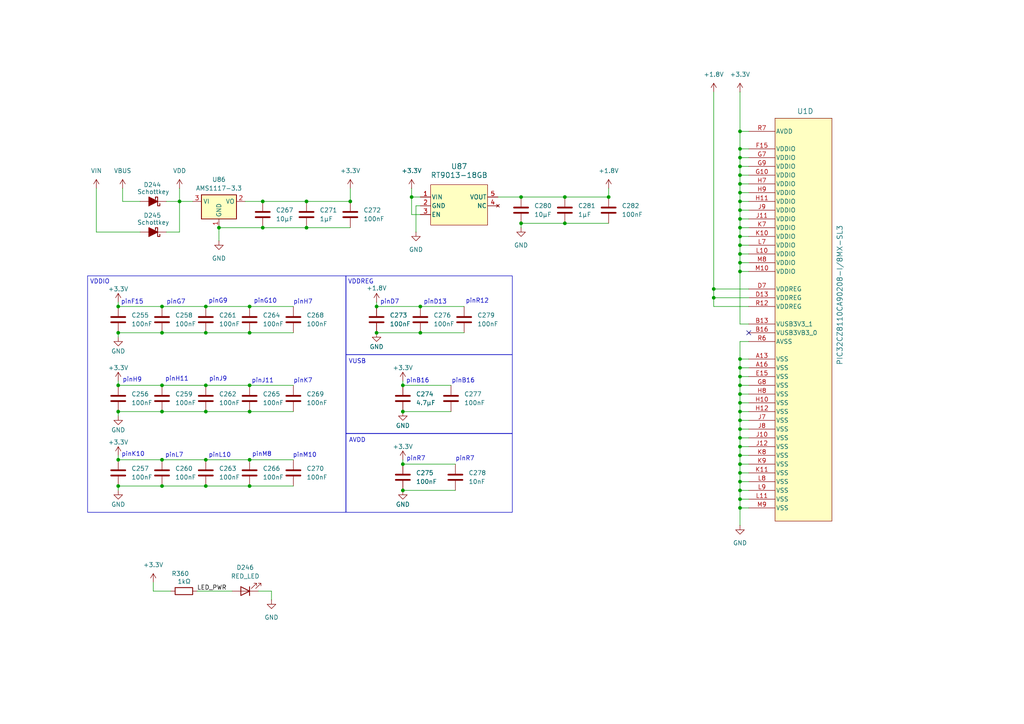
<source format=kicad_sch>
(kicad_sch (version 20250114) (generator "eeschema") (generator_version "9.0")
  (paper "A4")
  (title_block (title "Power") (date "2025-08-04") (rev "REV A") (company "TamperSec") (comment 1 "Justin Newkirk"))
  (rectangle (start 100.33 80.01) (end 148.59 102.87))
  (rectangle (start 100.33 125.73) (end 148.59 148.59))
  (rectangle (start 100.33 102.87) (end 148.59 125.73))
  (rectangle (start 25.4 80.01) (end 100.33 148.59))
  (text "pinJ11" (at 76.2 110.49 0) (effects (font (size 1.27 1.27))))
  (text "pinK10" (at 38.608 131.826 0) (effects (font (size 1.27 1.27))))
  (text "pinH7" (at 87.884 87.63 0) (effects (font (size 1.27 1.27))))
  (text "pinH11" (at 51.308 109.982 0) (effects (font (size 1.27 1.27))))
  (text "pinR7" (at 134.874 133.096 0) (effects (font (size 1.27 1.27))))
  (text "pinB16" (at 121.158 110.49 0) (effects (font (size 1.27 1.27))))
  (text "pinG7" (at 51.054 87.63 0) (effects (font (size 1.27 1.27))))
  (text "pinG10" (at 76.962 87.376 0) (effects (font (size 1.27 1.27))))
  (text "pinG9" (at 63.246 87.376 0) (effects (font (size 1.27 1.27))))
  (text "pinL7" (at 50.546 132.08 0) (effects (font (size 1.27 1.27))))
  (text "pinF15" (at 38.354 87.63 0) (effects (font (size 1.27 1.27))))
  (text "pinM10" (at 88.392 132.08 0) (effects (font (size 1.27 1.27))))
  (text "pinD7" (at 113.03 87.63 0) (effects (font (size 1.27 1.27))))
  (text "pinR7" (at 120.65 133.096 0) (effects (font (size 1.27 1.27))))
  (text "pinR12" (at 138.43 87.376 0) (effects (font (size 1.27 1.27))))
  (text "VUSB" (at 103.632 104.902 0) (effects (font (size 1.27 1.27))))
  (text "pinB16" (at 134.366 110.49 0) (effects (font (size 1.27 1.27))))
  (text "VDDREG" (at 104.648 81.788 0) (effects (font (size 1.27 1.27))))
  (text "pinK7" (at 87.884 110.49 0) (effects (font (size 1.27 1.27))))
  (text "VDDIO" (at 28.956 81.788 0) (effects (font (size 1.27 1.27))))
  (text "pinL10" (at 63.754 132.08 0) (effects (font (size 1.27 1.27))))
  (text "AVDD" (at 103.632 127.762 0) (effects (font (size 1.27 1.27))))
  (text "pinM8" (at 75.946 131.826 0) (effects (font (size 1.27 1.27))))
  (text "pinJ9" (at 63.246 109.982 0) (effects (font (size 1.27 1.27))))
  (text "pinH9" (at 38.354 110.236 0) (effects (font (size 1.27 1.27))))
  (text "pinD13" (at 126.238 87.63 0) (effects (font (size 1.27 1.27))))
  (junction (at 72.39 88.9))
  (junction (at 119.38 57.15))
  (junction (at 214.63 53.34))
  (junction (at 52.07 58.42))
  (junction (at 121.92 96.52))
  (junction (at 46.99 88.9))
  (junction (at 214.63 55.88))
  (junction (at 46.99 111.76))
  (junction (at 34.29 133.35))
  (junction (at 214.63 132.08))
  (junction (at 72.39 96.52))
  (junction (at 116.84 119.38))
  (junction (at 214.63 58.42))
  (junction (at 46.99 140.97))
  (junction (at 214.63 144.78))
  (junction (at 214.63 119.38))
  (junction (at 214.63 48.26))
  (junction (at 163.83 64.77))
  (junction (at 176.53 57.15))
  (junction (at 207.01 86.36))
  (junction (at 59.69 140.97))
  (junction (at 214.63 127))
  (junction (at 214.63 121.92))
  (junction (at 88.9 58.42))
  (junction (at 214.63 111.76))
  (junction (at 59.69 96.52))
  (junction (at 76.2 58.42))
  (junction (at 207.01 83.82))
  (junction (at 72.39 111.76))
  (junction (at 59.69 119.38))
  (junction (at 214.63 129.54))
  (junction (at 109.22 96.52))
  (junction (at 34.29 88.9))
  (junction (at 214.63 114.3))
  (junction (at 34.29 140.97))
  (junction (at 116.84 142.24))
  (junction (at 214.63 73.66))
  (junction (at 214.63 45.72))
  (junction (at 46.99 133.35))
  (junction (at 72.39 140.97))
  (junction (at 214.63 109.22))
  (junction (at 214.63 68.58))
  (junction (at 109.22 88.9))
  (junction (at 214.63 139.7))
  (junction (at 214.63 60.96))
  (junction (at 214.63 63.5))
  (junction (at 214.63 124.46))
  (junction (at 214.63 106.68))
  (junction (at 59.69 111.76))
  (junction (at 214.63 50.8))
  (junction (at 214.63 76.2))
  (junction (at 214.63 71.12))
  (junction (at 214.63 38.1))
  (junction (at 59.69 133.35))
  (junction (at 151.13 57.15))
  (junction (at 101.6 58.42))
  (junction (at 63.5 66.04))
  (junction (at 121.92 88.9))
  (junction (at 151.13 64.77))
  (junction (at 46.99 119.38))
  (junction (at 214.63 137.16))
  (junction (at 34.29 96.52))
  (junction (at 72.39 119.38))
  (junction (at 34.29 111.76))
  (junction (at 163.83 57.15))
  (junction (at 214.63 104.14))
  (junction (at 214.63 142.24))
  (junction (at 214.63 134.62))
  (junction (at 34.29 119.38))
  (junction (at 116.84 134.62))
  (junction (at 59.69 88.9))
  (junction (at 88.9 66.04))
  (junction (at 46.99 96.52))
  (junction (at 214.63 116.84))
  (junction (at 214.63 78.74))
  (junction (at 116.84 111.76))
  (junction (at 214.63 43.18))
  (junction (at 214.63 147.32))
  (junction (at 76.2 66.04))
  (junction (at 72.39 133.35))
  (junction (at 214.63 66.04))
  (no_connect (at 217.17 96.52))
  (wire (pts (xy 207.01 88.9) (xy 217.17 88.9)))
  (wire (pts (xy 214.63 142.24) (xy 217.17 142.24)))
  (wire (pts (xy 214.63 55.88) (xy 214.63 58.42)))
  (wire (pts (xy 214.63 129.54) (xy 214.63 132.08)))
  (wire (pts (xy 214.63 66.04) (xy 214.63 68.58)))
  (wire (pts (xy 214.63 116.84) (xy 217.17 116.84)))
  (wire (pts (xy 121.92 96.52) (xy 134.62 96.52)))
  (wire (pts (xy 207.01 86.36) (xy 217.17 86.36)))
  (wire (pts (xy 101.6 54.61) (xy 101.6 58.42)))
  (wire (pts (xy 27.94 67.31) (xy 40.64 67.31)))
  (wire (pts (xy 109.22 87.63) (xy 109.22 88.9)))
  (wire (pts (xy 214.63 104.14) (xy 214.63 106.68)))
  (wire (pts (xy 72.39 96.52) (xy 85.09 96.52)))
  (wire (pts (xy 214.63 109.22) (xy 214.63 111.76)))
  (wire (pts (xy 34.29 88.9) (xy 46.99 88.9)))
  (wire (pts (xy 34.29 111.76) (xy 46.99 111.76)))
  (wire (pts (xy 214.63 99.06) (xy 214.63 104.14)))
  (wire (pts (xy 214.63 58.42) (xy 217.17 58.42)))
  (wire (pts (xy 214.63 111.76) (xy 214.63 114.3)))
  (wire (pts (xy 119.38 57.15) (xy 121.92 57.15)))
  (wire (pts (xy 214.63 127) (xy 217.17 127)))
  (wire (pts (xy 214.63 114.3) (xy 217.17 114.3)))
  (wire (pts (xy 121.92 88.9) (xy 134.62 88.9)))
  (wire (pts (xy 214.63 129.54) (xy 217.17 129.54)))
  (wire (pts (xy 214.63 26.67) (xy 214.63 38.1)))
  (wire (pts (xy 76.2 58.42) (xy 88.9 58.42)))
  (wire (pts (xy 48.26 67.31) (xy 52.07 67.31)))
  (wire (pts (xy 63.5 66.04) (xy 63.5 69.85)))
  (wire (pts (xy 34.29 120.65) (xy 34.29 119.38)))
  (wire (pts (xy 46.99 111.76) (xy 59.69 111.76)))
  (wire (pts (xy 72.39 88.9) (xy 85.09 88.9)))
  (wire (pts (xy 207.01 83.82) (xy 207.01 86.36)))
  (wire (pts (xy 46.99 119.38) (xy 59.69 119.38)))
  (wire (pts (xy 207.01 86.36) (xy 207.01 88.9)))
  (wire (pts (xy 72.39 119.38) (xy 85.09 119.38)))
  (wire (pts (xy 214.63 124.46) (xy 214.63 127)))
  (wire (pts (xy 214.63 73.66) (xy 217.17 73.66)))
  (wire (pts (xy 214.63 76.2) (xy 214.63 78.74)))
  (wire (pts (xy 214.63 104.14) (xy 217.17 104.14)))
  (wire (pts (xy 46.99 140.97) (xy 59.69 140.97)))
  (wire (pts (xy 214.63 144.78) (xy 217.17 144.78)))
  (wire (pts (xy 59.69 88.9) (xy 72.39 88.9)))
  (wire (pts (xy 214.63 142.24) (xy 214.63 144.78)))
  (wire (pts (xy 214.63 134.62) (xy 217.17 134.62)))
  (wire (pts (xy 214.63 99.06) (xy 217.17 99.06)))
  (wire (pts (xy 34.29 110.49) (xy 34.29 111.76)))
  (wire (pts (xy 214.63 137.16) (xy 214.63 139.7)))
  (wire (pts (xy 109.22 96.52) (xy 121.92 96.52)))
  (wire (pts (xy 163.83 57.15) (xy 176.53 57.15)))
  (wire (pts (xy 88.9 58.42) (xy 101.6 58.42)))
  (wire (pts (xy 214.63 106.68) (xy 214.63 109.22)))
  (wire (pts (xy 116.84 110.49) (xy 116.84 111.76)))
  (wire (pts (xy 214.63 53.34) (xy 217.17 53.34)))
  (wire (pts (xy 214.63 38.1) (xy 217.17 38.1)))
  (wire (pts (xy 59.69 111.76) (xy 72.39 111.76)))
  (wire (pts (xy 207.01 26.67) (xy 207.01 83.82)))
  (wire (pts (xy 214.63 111.76) (xy 217.17 111.76)))
  (wire (pts (xy 34.29 87.63) (xy 34.29 88.9)))
  (wire (pts (xy 46.99 133.35) (xy 59.69 133.35)))
  (wire (pts (xy 214.63 38.1) (xy 214.63 43.18)))
  (wire (pts (xy 214.63 132.08) (xy 214.63 134.62)))
  (wire (pts (xy 176.53 57.15) (xy 176.53 54.61)))
  (wire (pts (xy 214.63 78.74) (xy 217.17 78.74)))
  (wire (pts (xy 214.63 121.92) (xy 214.63 124.46)))
  (wire (pts (xy 214.63 124.46) (xy 217.17 124.46)))
  (wire (pts (xy 214.63 134.62) (xy 214.63 137.16)))
  (wire (pts (xy 52.07 67.31) (xy 52.07 58.42)))
  (wire (pts (xy 46.99 88.9) (xy 59.69 88.9)))
  (wire (pts (xy 214.63 139.7) (xy 214.63 142.24)))
  (wire (pts (xy 214.63 45.72) (xy 217.17 45.72)))
  (wire (pts (xy 59.69 140.97) (xy 72.39 140.97)))
  (wire (pts (xy 151.13 66.04) (xy 151.13 64.77)))
  (wire (pts (xy 214.63 127) (xy 214.63 129.54)))
  (wire (pts (xy 214.63 48.26) (xy 214.63 50.8)))
  (wire (pts (xy 116.84 134.62) (xy 132.08 134.62)))
  (wire (pts (xy 217.17 93.98) (xy 214.63 93.98)))
  (wire (pts (xy 214.63 116.84) (xy 214.63 119.38)))
  (wire (pts (xy 214.63 147.32) (xy 217.17 147.32)))
  (wire (pts (xy 214.63 78.74) (xy 214.63 93.98)))
  (wire (pts (xy 214.63 121.92) (xy 217.17 121.92)))
  (wire (pts (xy 46.99 96.52) (xy 59.69 96.52)))
  (wire (pts (xy 214.63 132.08) (xy 217.17 132.08)))
  (wire (pts (xy 74.93 171.45) (xy 78.74 171.45)))
  (wire (pts (xy 214.63 119.38) (xy 214.63 121.92)))
  (wire (pts (xy 59.69 133.35) (xy 72.39 133.35)))
  (wire (pts (xy 116.84 142.24) (xy 132.08 142.24)))
  (wire (pts (xy 214.63 71.12) (xy 214.63 73.66)))
  (wire (pts (xy 88.9 66.04) (xy 101.6 66.04)))
  (wire (pts (xy 44.45 171.45) (xy 49.53 171.45)))
  (wire (pts (xy 214.63 43.18) (xy 217.17 43.18)))
  (wire (pts (xy 214.63 109.22) (xy 217.17 109.22)))
  (wire (pts (xy 52.07 58.42) (xy 48.26 58.42)))
  (wire (pts (xy 72.39 111.76) (xy 85.09 111.76)))
  (wire (pts (xy 34.29 132.08) (xy 34.29 133.35)))
  (wire (pts (xy 119.38 62.23) (xy 119.38 57.15)))
  (wire (pts (xy 72.39 133.35) (xy 85.09 133.35)))
  (wire (pts (xy 34.29 142.24) (xy 34.29 140.97)))
  (wire (pts (xy 214.63 53.34) (xy 214.63 55.88)))
  (wire (pts (xy 214.63 106.68) (xy 217.17 106.68)))
  (wire (pts (xy 116.84 133.35) (xy 116.84 134.62)))
  (wire (pts (xy 71.12 58.42) (xy 76.2 58.42)))
  (wire (pts (xy 163.83 64.77) (xy 176.53 64.77)))
  (wire (pts (xy 214.63 71.12) (xy 217.17 71.12)))
  (wire (pts (xy 121.92 62.23) (xy 119.38 62.23)))
  (wire (pts (xy 121.92 59.69) (xy 120.65 59.69)))
  (wire (pts (xy 59.69 119.38) (xy 72.39 119.38)))
  (wire (pts (xy 52.07 58.42) (xy 55.88 58.42)))
  (wire (pts (xy 214.63 114.3) (xy 214.63 116.84)))
  (wire (pts (xy 214.63 48.26) (xy 217.17 48.26)))
  (wire (pts (xy 116.84 111.76) (xy 130.81 111.76)))
  (wire (pts (xy 119.38 57.15) (xy 119.38 54.61)))
  (wire (pts (xy 214.63 76.2) (xy 217.17 76.2)))
  (wire (pts (xy 35.56 58.42) (xy 40.64 58.42)))
  (wire (pts (xy 144.43 57.15) (xy 151.13 57.15)))
  (wire (pts (xy 34.29 119.38) (xy 46.99 119.38)))
  (wire (pts (xy 214.63 63.5) (xy 214.63 66.04)))
  (wire (pts (xy 34.29 97.79) (xy 34.29 96.52)))
  (wire (pts (xy 207.01 83.82) (xy 217.17 83.82)))
  (wire (pts (xy 116.84 119.38) (xy 130.81 119.38)))
  (wire (pts (xy 109.22 88.9) (xy 121.92 88.9)))
  (wire (pts (xy 151.13 64.77) (xy 163.83 64.77)))
  (wire (pts (xy 214.63 55.88) (xy 217.17 55.88)))
  (wire (pts (xy 214.63 139.7) (xy 217.17 139.7)))
  (wire (pts (xy 214.63 50.8) (xy 217.17 50.8)))
  (wire (pts (xy 214.63 73.66) (xy 214.63 76.2)))
  (wire (pts (xy 76.2 66.04) (xy 88.9 66.04)))
  (wire (pts (xy 214.63 43.18) (xy 214.63 45.72)))
  (wire (pts (xy 78.74 171.45) (xy 78.74 173.99)))
  (wire (pts (xy 214.63 60.96) (xy 217.17 60.96)))
  (wire (pts (xy 57.15 171.45) (xy 67.31 171.45)))
  (wire (pts (xy 214.63 60.96) (xy 214.63 63.5)))
  (wire (pts (xy 151.13 57.15) (xy 163.83 57.15)))
  (wire (pts (xy 214.63 144.78) (xy 214.63 147.32)))
  (wire (pts (xy 214.63 119.38) (xy 217.17 119.38)))
  (wire (pts (xy 214.63 66.04) (xy 217.17 66.04)))
  (wire (pts (xy 214.63 45.72) (xy 214.63 48.26)))
  (wire (pts (xy 63.5 66.04) (xy 76.2 66.04)))
  (wire (pts (xy 214.63 50.8) (xy 214.63 53.34)))
  (wire (pts (xy 35.56 54.61) (xy 35.56 58.42)))
  (wire (pts (xy 34.29 140.97) (xy 46.99 140.97)))
  (wire (pts (xy 59.69 96.52) (xy 72.39 96.52)))
  (wire (pts (xy 120.65 59.69) (xy 120.65 67.31)))
  (wire (pts (xy 214.63 63.5) (xy 217.17 63.5)))
  (wire (pts (xy 72.39 140.97) (xy 85.09 140.97)))
  (wire (pts (xy 214.63 58.42) (xy 214.63 60.96)))
  (wire (pts (xy 214.63 147.32) (xy 214.63 152.4)))
  (wire (pts (xy 214.63 68.58) (xy 214.63 71.12)))
  (wire (pts (xy 27.94 54.61) (xy 27.94 67.31)))
  (wire (pts (xy 214.63 137.16) (xy 217.17 137.16)))
  (wire (pts (xy 34.29 96.52) (xy 46.99 96.52)))
  (wire (pts (xy 44.45 168.91) (xy 44.45 171.45)))
  (wire (pts (xy 214.63 68.58) (xy 217.17 68.58)))
  (wire (pts (xy 52.07 54.61) (xy 52.07 58.42)))
  (wire (pts (xy 34.29 133.35) (xy 46.99 133.35)))
  (label "LED_PWR" (at 57.15 171.45 0))
  (symbol (lib_id "Device:C") (at 76.2 62.23 0) (unit 1)
    (property "Reference" "C267" (at 80.01 60.9599 0) (effects (justify left)))
    (property "Value" "10µF" (at 80.01 63.4999 0) (effects (justify left)))
    (property "Footprint" "Capacitor_SMD:C_0402_1005Metric" (effects (hide yes)))
    (property "Datasheet" "https://wmsc.lcsc.com/wmsc/upload/file/pdf/v2/lcsc/2304140030_Samsung-Electro-Mechanics-CL05B104KO5NNNC_C1525.pdf" (effects (hide yes)))
    (property "Description" "Unpolarized capacitor" (effects (hide yes)))
    (property "JLCPCB Part #" "C15525" (effects (hide yes)))
    (property "Manufacturer Part #" "CL05A106MQ5NUNC" (effects (hide yes)))
    (property "Status" "Basic" (effects (hide yes)))
  )
  (symbol (lib_id "Device:C") (at 72.39 92.71 0) (unit 1)
    (property "Reference" "C264" (at 76.2 91.4399 0) (effects (justify left)))
    (property "Value" "100nF" (at 76.2 93.9799 0) (effects (justify left)))
    (property "Footprint" "Capacitor_SMD:C_0201_0603Metric" (effects (hide yes)))
    (property "Datasheet" "https://www.lcsc.com/datasheet/lcsc_datasheet_2304140030_Samsung-Electro-Mechanics-CL03A104KP3NNNC_C49062.pdf" (effects (hide yes)))
    (property "Description" "Unpolarized capacitor" (effects (hide yes)))
    (property "JLCPCB Part #" "C49062" (effects (hide yes)))
    (property "Manufacturer Part #" "CL03A104KP3NNNC" (effects (hide yes)))
    (property "Status" "Extended" (effects (hide yes)))
  )
  (symbol (lib_id "Device:C") (at 85.09 115.57 0) (unit 1)
    (property "Reference" "C269" (at 88.9 114.2999 0) (effects (justify left)))
    (property "Value" "100nF" (at 88.9 116.8399 0) (effects (justify left)))
    (property "Footprint" "Capacitor_SMD:C_0201_0603Metric" (effects (hide yes)))
    (property "Datasheet" "https://www.lcsc.com/datasheet/lcsc_datasheet_2304140030_Samsung-Electro-Mechanics-CL03A104KP3NNNC_C49062.pdf" (effects (hide yes)))
    (property "Description" "Unpolarized capacitor" (effects (hide yes)))
    (property "JLCPCB Part #" "C49062" (effects (hide yes)))
    (property "Manufacturer Part #" "CL03A104KP3NNNC" (effects (hide yes)))
    (property "Status" "Extended" (effects (hide yes)))
  )
  (symbol (lib_id "Device:C") (at 101.6 62.23 0) (unit 1)
    (property "Reference" "C272" (at 105.41 60.9599 0) (effects (justify left)))
    (property "Value" "100nF" (at 105.41 63.4999 0) (effects (justify left)))
    (property "Footprint" "Capacitor_SMD:C_0201_0603Metric" (effects (hide yes)))
    (property "Datasheet" "https://www.lcsc.com/datasheet/lcsc_datasheet_2304140030_Samsung-Electro-Mechanics-CL03A104KP3NNNC_C49062.pdf" (effects (hide yes)))
    (property "Description" "Unpolarized capacitor" (effects (hide yes)))
    (property "JLCPCB Part #" "C49062" (effects (hide yes)))
    (property "Manufacturer Part #" "CL03A104KP3NNNC" (effects (hide yes)))
    (property "Status" "Extended" (effects (hide yes)))
  )
  (symbol (lib_id "Device:C") (at 34.29 115.57 0) (unit 1)
    (property "Reference" "C256" (at 38.1 114.2999 0) (effects (justify left)))
    (property "Value" "100nF" (at 38.1 116.8399 0) (effects (justify left)))
    (property "Footprint" "Capacitor_SMD:C_0201_0603Metric" (effects (hide yes)))
    (property "Datasheet" "https://www.lcsc.com/datasheet/lcsc_datasheet_2304140030_Samsung-Electro-Mechanics-CL03A104KP3NNNC_C49062.pdf" (effects (hide yes)))
    (property "Description" "Unpolarized capacitor" (effects (hide yes)))
    (property "JLCPCB Part #" "C49062" (effects (hide yes)))
    (property "Manufacturer Part #" "CL03A104KP3NNNC" (effects (hide yes)))
    (property "Status" "Extended" (effects (hide yes)))
  )
  (symbol (lib_id "power:GND") (at 34.29 142.24 0) (unit 1)
    (property "Reference" "#PWR0269" (effects (hide yes)))
    (property "Value" "GND" (at 34.29 146.304 0))
    (property "Description" "Power symbol creates a global label with name \"GND\" , ground" (effects (hide yes)))
  )
  (symbol (lib_id "Device:C") (at 85.09 137.16 0) (unit 1)
    (property "Reference" "C270" (at 88.9 135.8899 0) (effects (justify left)))
    (property "Value" "100nF" (at 88.9 138.4299 0) (effects (justify left)))
    (property "Footprint" "Capacitor_SMD:C_0201_0603Metric" (effects (hide yes)))
    (property "Datasheet" "https://www.lcsc.com/datasheet/lcsc_datasheet_2304140030_Samsung-Electro-Mechanics-CL03A104KP3NNNC_C49062.pdf" (effects (hide yes)))
    (property "Description" "Unpolarized capacitor" (effects (hide yes)))
    (property "JLCPCB Part #" "C49062" (effects (hide yes)))
    (property "Manufacturer Part #" "CL03A104KP3NNNC" (effects (hide yes)))
    (property "Status" "Extended" (effects (hide yes)))
  )
  (symbol (lib_id "Device:C") (at 109.22 92.71 0) (unit 1)
    (property "Reference" "C273" (at 113.03 91.4399 0) (effects (justify left)))
    (property "Value" "100nF" (at 113.03 93.9799 0) (effects (justify left)))
    (property "Footprint" "Capacitor_SMD:C_0201_0603Metric" (effects (hide yes)))
    (property "Datasheet" "https://www.lcsc.com/datasheet/lcsc_datasheet_2304140030_Samsung-Electro-Mechanics-CL03A104KP3NNNC_C49062.pdf" (effects (hide yes)))
    (property "Description" "Unpolarized capacitor" (effects (hide yes)))
    (property "JLCPCB Part #" "C49062" (effects (hide yes)))
    (property "Manufacturer Part #" "CL03A104KP3NNNC" (effects (hide yes)))
    (property "Status" "Extended" (effects (hide yes)))
  )
  (symbol (lib_id "Device:C") (at 163.83 60.96 0) (unit 1)
    (property "Reference" "C281" (at 167.64 59.6899 0) (effects (justify left)))
    (property "Value" "1µF" (at 167.64 62.2299 0) (effects (justify left)))
    (property "Footprint" "Capacitor_SMD:C_0201_0603Metric" (effects (hide yes)))
    (property "Datasheet" "https://www.lcsc.com/datasheet/lcsc_datasheet_2304140030_Samsung-Electro-Mechanics-CL05A105KA5NQNC_C52923.pdf" (effects (hide yes)))
    (property "Description" "Unpolarized capacitor" (effects (hide yes)))
    (property "JLCPCB Part #" "C53067" (effects (hide yes)))
    (property "Manufacturer Part #" "CL03A105MQ3CSNH" (effects (hide yes)))
    (property "Status" "Extended" (effects (hide yes)))
  )
  (symbol (lib_id "Device:C") (at 116.84 115.57 0) (unit 1)
    (property "Reference" "C274" (at 120.65 114.2999 0) (effects (justify left)))
    (property "Value" "4.7µF" (at 120.65 116.8399 0) (effects (justify left)))
    (property "Footprint" "Capacitor_SMD:C_0402_1005Metric" (effects (hide yes)))
    (property "Datasheet" "https://www.lcsc.com/datasheet/lcsc_datasheet_2304140030_Samsung-Electro-Mechanics-CL05A475MP5NRNC_C23733.pdf" (effects (hide yes)))
    (property "Description" "Unpolarized capacitor" (effects (hide yes)))
    (property "JLCPCB Part #" "C23733" (effects (hide yes)))
    (property "Manufacturer Part #" "CL05A475MP5NRNC" (effects (hide yes)))
    (property "Status" "Basic" (effects (hide yes)))
  )
  (symbol (lib_id "power:GND") (at 34.29 120.65 0) (unit 1)
    (property "Reference" "#PWR0267" (effects (hide yes)))
    (property "Value" "GND" (at 34.29 124.714 0))
    (property "Description" "Power symbol creates a global label with name \"GND\" , ground" (effects (hide yes)))
  )
  (symbol (lib_id "power:GND") (at 120.65 67.31 0) (unit 1)
    (property "Reference" "#PWR0283" (effects (hide yes)))
    (property "Value" "GND" (at 120.65 72.39 0))
    (property "Description" "Power symbol creates a global label with name \"GND\" , ground" (effects (hide yes)))
  )
  (symbol (lib_id "Device:LED") (at 71.12 171.45 180) (unit 1)
    (property "Reference" "D246" (at 71.12 164.592 0))
    (property "Value" "RED_LED" (at 71.12 167.132 0))
    (property "Footprint" "Diode_SMD:D_0402_1005Metric" (effects (hide yes)))
    (property "Datasheet" "https://jlcpcb.com/api/file/downloadByFileSystemAccessId/8588898797435170817" (effects (hide yes)))
    (property "Description" "Light emitting diode" (effects (hide yes)))
    (property "JLCPCB Part #" "C130719" (effects (hide yes)))
    (property "Manufacturer Part #" "NCD0402R1" (effects (hide yes)))
    (property "Status" "Extended" (effects (hide yes)))
  )
  (symbol (lib_id "Device:C") (at 59.69 92.71 0) (unit 1)
    (property "Reference" "C261" (at 63.5 91.4399 0) (effects (justify left)))
    (property "Value" "100nF" (at 63.5 93.9799 0) (effects (justify left)))
    (property "Footprint" "Capacitor_SMD:C_0201_0603Metric" (effects (hide yes)))
    (property "Datasheet" "https://www.lcsc.com/datasheet/lcsc_datasheet_2304140030_Samsung-Electro-Mechanics-CL03A104KP3NNNC_C49062.pdf" (effects (hide yes)))
    (property "Description" "Unpolarized capacitor" (effects (hide yes)))
    (property "JLCPCB Part #" "C49062" (effects (hide yes)))
    (property "Manufacturer Part #" "CL03A104KP3NNNC" (effects (hide yes)))
    (property "Status" "Extended" (effects (hide yes)))
  )
  (symbol (lib_id "Device:C") (at 46.99 92.71 0) (unit 1)
    (property "Reference" "C258" (at 50.8 91.4399 0) (effects (justify left)))
    (property "Value" "100nF" (at 50.8 93.9799 0) (effects (justify left)))
    (property "Footprint" "Capacitor_SMD:C_0201_0603Metric" (effects (hide yes)))
    (property "Datasheet" "https://www.lcsc.com/datasheet/lcsc_datasheet_2304140030_Samsung-Electro-Mechanics-CL03A104KP3NNNC_C49062.pdf" (effects (hide yes)))
    (property "Description" "Unpolarized capacitor" (effects (hide yes)))
    (property "JLCPCB Part #" "C49062" (effects (hide yes)))
    (property "Manufacturer Part #" "CL03A104KP3NNNC" (effects (hide yes)))
    (property "Status" "Extended" (effects (hide yes)))
  )
  (symbol (lib_id "power:+3.3V") (at 116.84 133.35 0) (unit 1)
    (property "Reference" "#PWR0280" (effects (hide yes)))
    (property "Value" "+3.3V" (at 116.84 129.54 0))
    (property "Description" "Power symbol creates a global label with name \"+3.3V\"" (effects (hide yes)))
  )
  (symbol (lib_id "Device:C") (at 59.69 115.57 0) (unit 1)
    (property "Reference" "C262" (at 63.5 114.2999 0) (effects (justify left)))
    (property "Value" "100nF" (at 63.5 116.8399 0) (effects (justify left)))
    (property "Footprint" "Capacitor_SMD:C_0201_0603Metric" (effects (hide yes)))
    (property "Datasheet" "https://www.lcsc.com/datasheet/lcsc_datasheet_2304140030_Samsung-Electro-Mechanics-CL03A104KP3NNNC_C49062.pdf" (effects (hide yes)))
    (property "Description" "Unpolarized capacitor" (effects (hide yes)))
    (property "JLCPCB Part #" "C49062" (effects (hide yes)))
    (property "Manufacturer Part #" "CL03A104KP3NNNC" (effects (hide yes)))
    (property "Status" "Extended" (effects (hide yes)))
  )
  (symbol (lib_id "Device:C") (at 176.53 60.96 0) (unit 1)
    (property "Reference" "C282" (at 180.34 59.6899 0) (effects (justify left)))
    (property "Value" "100nF" (at 180.34 62.2299 0) (effects (justify left)))
    (property "Footprint" "Capacitor_SMD:C_0201_0603Metric" (effects (hide yes)))
    (property "Datasheet" "https://www.lcsc.com/datasheet/lcsc_datasheet_2304140030_Samsung-Electro-Mechanics-CL03A104KP3NNNC_C49062.pdf" (effects (hide yes)))
    (property "Description" "Unpolarized capacitor" (effects (hide yes)))
    (property "JLCPCB Part #" "C49062" (effects (hide yes)))
    (property "Manufacturer Part #" "CL03A104KP3NNNC" (effects (hide yes)))
    (property "Status" "Extended" (effects (hide yes)))
  )
  (symbol (lib_id "power:GND") (at 63.5 69.85 0) (unit 1)
    (property "Reference" "#PWR0273" (effects (hide yes)))
    (property "Value" "GND" (at 63.5 74.93 0))
    (property "Description" "Power symbol creates a global label with name \"GND\" , ground" (effects (hide yes)))
  )
  (symbol (lib_id "Device:C") (at 85.09 92.71 0) (unit 1)
    (property "Reference" "C268" (at 88.9 91.4399 0) (effects (justify left)))
    (property "Value" "100nF" (at 88.9 93.9799 0) (effects (justify left)))
    (property "Footprint" "Capacitor_SMD:C_0201_0603Metric" (effects (hide yes)))
    (property "Datasheet" "https://www.lcsc.com/datasheet/lcsc_datasheet_2304140030_Samsung-Electro-Mechanics-CL03A104KP3NNNC_C49062.pdf" (effects (hide yes)))
    (property "Description" "Unpolarized capacitor" (effects (hide yes)))
    (property "JLCPCB Part #" "C49062" (effects (hide yes)))
    (property "Manufacturer Part #" "CL03A104KP3NNNC" (effects (hide yes)))
    (property "Status" "Extended" (effects (hide yes)))
  )
  (symbol (lib_id "power:GND") (at 34.29 97.79 0) (unit 1)
    (property "Reference" "#PWR0265" (effects (hide yes)))
    (property "Value" "GND" (at 34.29 101.854 0))
    (property "Description" "Power symbol creates a global label with name \"GND\" , ground" (effects (hide yes)))
  )
  (symbol (lib_id "power:GND") (at 78.74 173.99 0) (unit 1)
    (property "Reference" "#PWR0274" (effects (hide yes)))
    (property "Value" "GND" (at 78.74 179.07 0))
    (property "Description" "Power symbol creates a global label with name \"GND\" , ground" (effects (hide yes)))
  )
  (symbol (lib_id "power:+3.3V") (at 214.63 26.67 0) (unit 1)
    (property "Reference" "#PWR0287" (effects (hide yes)))
    (property "Value" "+3.3V" (at 214.63 21.59 0))
    (property "Description" "Power symbol creates a global label with name \"+3.3V\"" (effects (hide yes)))
  )
  (symbol (lib_id "Device:C") (at 46.99 115.57 0) (unit 1)
    (property "Reference" "C259" (at 50.8 114.2999 0) (effects (justify left)))
    (property "Value" "100nF" (at 50.8 116.8399 0) (effects (justify left)))
    (property "Footprint" "Capacitor_SMD:C_0201_0603Metric" (effects (hide yes)))
    (property "Datasheet" "https://www.lcsc.com/datasheet/lcsc_datasheet_2304140030_Samsung-Electro-Mechanics-CL03A104KP3NNNC_C49062.pdf" (effects (hide yes)))
    (property "Description" "Unpolarized capacitor" (effects (hide yes)))
    (property "JLCPCB Part #" "C49062" (effects (hide yes)))
    (property "Manufacturer Part #" "CL03A104KP3NNNC" (effects (hide yes)))
    (property "Status" "Extended" (effects (hide yes)))
  )
  (symbol (lib_id "power:+3.3V") (at 44.45 168.91 0) (unit 1)
    (property "Reference" "#PWR0271" (effects (hide yes)))
    (property "Value" "+3.3V" (at 44.45 163.83 0))
    (property "Description" "Power symbol creates a global label with name \"+3.3V\"" (effects (hide yes)))
  )
  (symbol (lib_id "Device:C") (at 88.9 62.23 0) (unit 1)
    (property "Reference" "C271" (at 92.71 60.9599 0) (effects (justify left)))
    (property "Value" "1µF" (at 92.71 63.4999 0) (effects (justify left)))
    (property "Footprint" "Capacitor_SMD:C_0201_0603Metric" (effects (hide yes)))
    (property "Datasheet" "https://www.lcsc.com/datasheet/lcsc_datasheet_2304140030_Samsung-Electro-Mechanics-CL05A105KA5NQNC_C52923.pdf" (effects (hide yes)))
    (property "Description" "Unpolarized capacitor" (effects (hide yes)))
    (property "JLCPCB Part #" "C53067" (effects (hide yes)))
    (property "Manufacturer Part #" "CL03A105MQ3CSNH" (effects (hide yes)))
    (property "Status" "Extended" (effects (hide yes)))
  )
  (symbol (lib_id "power:GND") (at 151.13 66.04 0) (unit 1)
    (property "Reference" "#PWR0284" (effects (hide yes)))
    (property "Value" "GND" (at 151.13 71.12 0))
    (property "Description" "Power symbol creates a global label with name \"GND\" , ground" (effects (hide yes)))
  )
  (symbol (lib_id "power:+1V8") (at 109.22 87.63 0) (unit 1)
    (property "Reference" "#PWR0276" (effects (hide yes)))
    (property "Value" "+1.8V" (at 109.22 83.566 0))
    (property "Description" "Power symbol creates a global label with name \"+1V8\"" (effects (hide yes)))
  )
  (symbol (lib_id "power:GND") (at 116.84 142.24 0) (unit 1)
    (property "Reference" "#PWR0281" (effects (hide yes)))
    (property "Value" "GND" (at 116.84 146.304 0))
    (property "Description" "Power symbol creates a global label with name \"GND\" , ground" (effects (hide yes)))
  )
  (symbol (lib_id "Device:C") (at 116.84 138.43 0) (unit 1)
    (property "Reference" "C275" (at 120.65 137.1599 0) (effects (justify left)))
    (property "Value" "100nF" (at 120.65 139.6999 0) (effects (justify left)))
    (property "Footprint" "Capacitor_SMD:C_0201_0603Metric" (effects (hide yes)))
    (property "Datasheet" "https://www.lcsc.com/datasheet/lcsc_datasheet_2304140030_Samsung-Electro-Mechanics-CL03A104KP3NNNC_C49062.pdf" (effects (hide yes)))
    (property "Description" "Unpolarized capacitor" (effects (hide yes)))
    (property "JLCPCB Part #" "C49062" (effects (hide yes)))
    (property "Manufacturer Part #" "CL03A104KP3NNNC" (effects (hide yes)))
    (property "Status" "Extended" (effects (hide yes)))
  )
  (symbol (lib_id "power:GND") (at 109.22 96.52 0) (unit 1)
    (property "Reference" "#PWR0277" (effects (hide yes)))
    (property "Value" "GND" (at 109.22 100.584 0))
    (property "Description" "Power symbol creates a global label with name \"GND\" , ground" (effects (hide yes)))
  )
  (symbol (lib_id "power:VBUS") (at 35.56 54.61 0) (mirror y) (unit 1)
    (property "Reference" "#PWR0270" (effects (hide yes)))
    (property "Value" "VBUS" (at 35.56 49.53 0))
    (property "Description" "Power symbol creates a global label with name \"VBUS\"" (effects (hide yes)))
  )
  (symbol (lib_id "power:+3.3V") (at 34.29 110.49 0) (unit 1)
    (property "Reference" "#PWR0266" (effects (hide yes)))
    (property "Value" "+3.3V" (at 34.29 106.68 0))
    (property "Description" "Power symbol creates a global label with name \"+3.3V\"" (effects (hide yes)))
  )
  (symbol (lib_id "power:+3.3V") (at 116.84 110.49 0) (unit 1)
    (property "Reference" "#PWR0278" (effects (hide yes)))
    (property "Value" "+3.3V" (at 116.84 106.68 0))
    (property "Description" "Power symbol creates a global label with name \"+3.3V\"" (effects (hide yes)))
  )
  (symbol (lib_id "Device:C") (at 132.08 138.43 0) (unit 1)
    (property "Reference" "C278" (at 135.89 137.1599 0) (effects (justify left)))
    (property "Value" "10nF" (at 135.89 139.6999 0) (effects (justify left)))
    (property "Footprint" "Capacitor_SMD:C_0201_0603Metric" (effects (hide yes)))
    (property "Datasheet" "https://wmsc.lcsc.com/wmsc/upload/file/pdf/v2/lcsc/1811081513_Murata-Electronics-GRM033R71A103KA01D_C76941.pdf" (effects (hide yes)))
    (property "Description" "Unpolarized capacitor" (effects (hide yes)))
    (property "JLCPCB Part #" "C76941" (effects (hide yes)))
    (property "Manufacturer Part #" "GRM033R71A103KA01D" (effects (hide yes)))
    (property "Status" "Extended" (effects (hide yes)))
  )
  (symbol (lib_id "Device:C") (at 72.39 137.16 0) (unit 1)
    (property "Reference" "C266" (at 76.2 135.8899 0) (effects (justify left)))
    (property "Value" "100nF" (at 76.2 138.4299 0) (effects (justify left)))
    (property "Footprint" "Capacitor_SMD:C_0201_0603Metric" (effects (hide yes)))
    (property "Datasheet" "https://www.lcsc.com/datasheet/lcsc_datasheet_2304140030_Samsung-Electro-Mechanics-CL03A104KP3NNNC_C49062.pdf" (effects (hide yes)))
    (property "Description" "Unpolarized capacitor" (effects (hide yes)))
    (property "JLCPCB Part #" "C49062" (effects (hide yes)))
    (property "Manufacturer Part #" "CL03A104KP3NNNC" (effects (hide yes)))
    (property "Status" "Extended" (effects (hide yes)))
  )
  (symbol (lib_id "power:+3.3V") (at 34.29 132.08 0) (unit 1)
    (property "Reference" "#PWR0268" (effects (hide yes)))
    (property "Value" "+3.3V" (at 34.29 128.27 0))
    (property "Description" "Power symbol creates a global label with name \"+3.3V\"" (effects (hide yes)))
  )
  (symbol (lib_id "power:GND") (at 116.84 119.38 0) (unit 1)
    (property "Reference" "#PWR0279" (effects (hide yes)))
    (property "Value" "GND" (at 116.84 123.444 0))
    (property "Description" "Power symbol creates a global label with name \"GND\" , ground" (effects (hide yes)))
  )
  (symbol (lib_id "Device:R") (at 53.34 171.45 90) (unit 1)
    (property "Reference" "R360" (at 54.864 166.37 90) (effects (justify left)))
    (property "Value" "1kΩ" (at 55.372 168.656 90) (effects (justify left)))
    (property "Footprint" "Capacitor_SMD:C_0201_0603Metric" (effects (hide yes)))
    (property "Datasheet" "https://wmsc.lcsc.com/wmsc/upload/file/pdf/v2/lcsc/2205311945_UNI-ROYAL-Uniroyal-Elec-0201WMF1001TEE_C270365.pdf" (effects (hide yes)))
    (property "Description" "Resistor" (effects (hide yes)))
    (property "JLCPCB Part #" "C270365" (effects (hide yes)))
    (property "Manufacturer Part #" "0201WMF1001TEE" (effects (hide yes)))
    (property "Status" "Extended" (effects (hide yes)))
  )
  (symbol (lib_id "power:+3.3V") (at 119.38 54.61 0) (unit 1)
    (property "Reference" "#PWR0282" (effects (hide yes)))
    (property "Value" "+3.3V" (at 119.38 49.53 0))
    (property "Description" "Power symbol creates a global label with name \"+3.3V\"" (effects (hide yes)))
  )
  (symbol (lib_name "PIC32CZ8110CA90208-I_8MX-SL3_1") (lib_id "PIC32CZ8110CA90208-I-8MX-SL3:PIC32CZ8110CA90208-I_8MX-SL3") (at 217.17 38.1 0) (unit 4)
    (property "Reference" "U1" (at 231.14 32.258 0) (effects (font (size 1.524 1.524)) (justify left)))
    (property "Value" "PIC32CZ8110CA90208-I/8MX-SL3" (at 243.586 105.918 90) (effects (font (size 1.524 1.524)) (justify left)))
    (property "Footprint" "ul_PIC32CZ8110CA90208-I-8MX-SL3:TFBGA208_8MX_MCH" (effects (hide yes)))
    (property "Datasheet" "PIC32CZ8110CA90208-I/8MX-SL3" (effects (hide yes)))
  )
  (symbol (lib_id "Device:C") (at 72.39 115.57 0) (unit 1)
    (property "Reference" "C265" (at 76.2 114.2999 0) (effects (justify left)))
    (property "Value" "100nF" (at 76.2 116.8399 0) (effects (justify left)))
    (property "Footprint" "Capacitor_SMD:C_0201_0603Metric" (effects (hide yes)))
    (property "Datasheet" "https://www.lcsc.com/datasheet/lcsc_datasheet_2304140030_Samsung-Electro-Mechanics-CL03A104KP3NNNC_C49062.pdf" (effects (hide yes)))
    (property "Description" "Unpolarized capacitor" (effects (hide yes)))
    (property "JLCPCB Part #" "C49062" (effects (hide yes)))
    (property "Manufacturer Part #" "CL03A104KP3NNNC" (effects (hide yes)))
    (property "Status" "Extended" (effects (hide yes)))
  )
  (symbol (lib_id "power:+3.3V") (at 101.6 54.61 0) (unit 1)
    (property "Reference" "#PWR0275" (effects (hide yes)))
    (property "Value" "+3.3V" (at 101.6 49.53 0))
    (property "Description" "Power symbol creates a global label with name \"+3.3V\"" (effects (hide yes)))
  )
  (symbol (lib_id "Device:C") (at 130.81 115.57 0) (unit 1)
    (property "Reference" "C277" (at 134.62 114.2999 0) (effects (justify left)))
    (property "Value" "100nF" (at 134.62 116.8399 0) (effects (justify left)))
    (property "Footprint" "Capacitor_SMD:C_0201_0603Metric" (effects (hide yes)))
    (property "Datasheet" "https://www.lcsc.com/datasheet/lcsc_datasheet_2304140030_Samsung-Electro-Mechanics-CL03A104KP3NNNC_C49062.pdf" (effects (hide yes)))
    (property "Description" "Unpolarized capacitor" (effects (hide yes)))
    (property "JLCPCB Part #" "C49062" (effects (hide yes)))
    (property "Manufacturer Part #" "CL03A104KP3NNNC" (effects (hide yes)))
    (property "Status" "Extended" (effects (hide yes)))
  )
  (symbol (lib_id "power:VDD") (at 52.07 54.61 0) (unit 1)
    (property "Reference" "#PWR0272" (effects (hide yes)))
    (property "Value" "VDD" (at 52.07 49.53 0))
    (property "Description" "Power symbol creates a global label with name \"VDD\"" (effects (hide yes)))
  )
  (symbol (lib_id "Device:C") (at 59.69 137.16 0) (unit 1)
    (property "Reference" "C263" (at 63.5 135.8899 0) (effects (justify left)))
    (property "Value" "100nF" (at 63.5 138.4299 0) (effects (justify left)))
    (property "Footprint" "Capacitor_SMD:C_0201_0603Metric" (effects (hide yes)))
    (property "Datasheet" "https://www.lcsc.com/datasheet/lcsc_datasheet_2304140030_Samsung-Electro-Mechanics-CL03A104KP3NNNC_C49062.pdf" (effects (hide yes)))
    (property "Description" "Unpolarized capacitor" (effects (hide yes)))
    (property "JLCPCB Part #" "C49062" (effects (hide yes)))
    (property "Manufacturer Part #" "CL03A104KP3NNNC" (effects (hide yes)))
    (property "Status" "Extended" (effects (hide yes)))
  )
  (symbol (lib_id "Device:C") (at 34.29 137.16 0) (unit 1)
    (property "Reference" "C257" (at 38.1 135.8899 0) (effects (justify left)))
    (property "Value" "100nF" (at 38.1 138.4299 0) (effects (justify left)))
    (property "Footprint" "Capacitor_SMD:C_0201_0603Metric" (effects (hide yes)))
    (property "Datasheet" "https://www.lcsc.com/datasheet/lcsc_datasheet_2304140030_Samsung-Electro-Mechanics-CL03A104KP3NNNC_C49062.pdf" (effects (hide yes)))
    (property "Description" "Unpolarized capacitor" (effects (hide yes)))
    (property "JLCPCB Part #" "C49062" (effects (hide yes)))
    (property "Manufacturer Part #" "CL03A104KP3NNNC" (effects (hide yes)))
    (property "Status" "Extended" (effects (hide yes)))
  )
  (symbol (lib_id "power:+1V8") (at 176.53 54.61 0) (unit 1)
    (property "Reference" "#PWR0285" (effects (hide yes)))
    (property "Value" "+1.8V" (at 176.53 49.53 0))
    (property "Description" "Power symbol creates a global label with name \"+1V8\"" (effects (hide yes)))
  )
  (symbol (lib_id "power:+1V8") (at 207.01 26.67 0) (unit 1)
    (property "Reference" "#PWR0286" (effects (hide yes)))
    (property "Value" "+1.8V" (at 207.01 21.59 0))
    (property "Description" "Power symbol creates a global label with name \"+1V8\"" (effects (hide yes)))
  )
  (symbol (lib_id "RT9013-18GB:RT9013-18GB") (at 117.3 57.15 0) (unit 1)
    (property "Reference" "U87" (at 133.175 48.26 0) (effects (font (size 1.524 1.524))))
    (property "Value" "RT9013-18GB" (at 133.175 50.8 0) (effects (font (size 1.524 1.524))))
    (property "Footprint" "Package_TO_SOT_SMD:SOT-23-5" (effects (hide yes)))
    (property "Datasheet" "https://www.lcsc.com/datasheet/lcsc_datasheet_1811101218_Richtek-Tech-RT9013-18GB_C59969.pdf" (effects (hide yes)))
    (property "JLCPCB Part #" "C59969" (effects (hide yes)))
    (property "Manufacturer Part #" "RT9013-18GB" (effects (hide yes)))
    (property "Status" "Extended" (effects (hide yes)))
  )
  (symbol (lib_id "power:GND") (at 214.63 152.4 0) (unit 1)
    (property "Reference" "#PWR0288" (effects (hide yes)))
    (property "Value" "GND" (at 214.63 157.48 0))
    (property "Description" "Power symbol creates a global label with name \"GND\" , ground" (effects (hide yes)))
  )
  (symbol (lib_id "Regulator_Linear:AMS1117-3.3") (at 63.5 58.42 0) (unit 1)
    (property "Reference" "U86" (at 63.5 52.07 0))
    (property "Value" "AMS1117-3.3" (at 63.5 54.61 0))
    (property "Footprint" "Package_TO_SOT_SMD:SOT-223" (effects (hide yes)))
    (property "Datasheet" "https://jlcpcb.com/api/file/downloadByFileSystemAccessId/8550724073479806976" (effects (hide yes)))
    (property "Description" "1A Low Dropout regulator, positive, 3.3V fixed output, SOT-223" (effects (hide yes)))
    (property "JLCPCB Part #" "C6186" (effects (hide yes)))
    (property "Manufacturer Part #" "AMS1117-3.3" (effects (hide yes)))
    (property "Status" "Basic" (effects (hide yes)))
  )
  (symbol (lib_id "Device:C") (at 34.29 92.71 0) (unit 1)
    (property "Reference" "C255" (at 38.1 91.4399 0) (effects (justify left)))
    (property "Value" "100nF" (at 38.1 93.9799 0) (effects (justify left)))
    (property "Footprint" "Capacitor_SMD:C_0201_0603Metric" (effects (hide yes)))
    (property "Datasheet" "https://www.lcsc.com/datasheet/lcsc_datasheet_2304140030_Samsung-Electro-Mechanics-CL03A104KP3NNNC_C49062.pdf" (effects (hide yes)))
    (property "Description" "Unpolarized capacitor" (effects (hide yes)))
    (property "JLCPCB Part #" "C49062" (effects (hide yes)))
    (property "Manufacturer Part #" "CL03A104KP3NNNC" (effects (hide yes)))
    (property "Status" "Extended" (effects (hide yes)))
  )
  (symbol (lib_id "Device:D_Schottky_Filled") (at 44.45 67.31 180) (unit 1)
    (property "Reference" "D245" (at 44.196 62.484 0))
    (property "Value" "Schottkey" (at 44.45 64.516 0))
    (property "Footprint" "Diode_SMD:D_SOD-323" (effects (hide yes)))
    (property "Datasheet" "https://jlcpcb.com/api/file/downloadByFileSystemAccessId/8550723919347523584" (effects (hide yes)))
    (property "Description" "Schottky diode, filled shape" (effects (hide yes)))
    (property "JLCPCB Part #" "C191023" (effects (hide yes)))
    (property "Manufacturer Part #" "1N5819WS" (effects (hide yes)))
    (property "Status" "Basic" (effects (hide yes)))
  )
  (symbol (lib_id "Device:D_Schottky_Filled") (at 44.45 58.42 180) (unit 1)
    (property "Reference" "D244" (at 44.196 53.594 0))
    (property "Value" "Schottkey" (at 44.45 55.626 0))
    (property "Footprint" "Diode_SMD:D_SOD-323" (effects (hide yes)))
    (property "Datasheet" "https://jlcpcb.com/api/file/downloadByFileSystemAccessId/8550723919347523584" (effects (hide yes)))
    (property "Description" "Schottky diode, filled shape" (effects (hide yes)))
    (property "JLCPCB Part #" "C191023" (effects (hide yes)))
    (property "Manufacturer Part #" "1N5819WS" (effects (hide yes)))
    (property "Status" "Basic" (effects (hide yes)))
  )
  (symbol (lib_id "Device:C") (at 46.99 137.16 0) (unit 1)
    (property "Reference" "C260" (at 50.8 135.8899 0) (effects (justify left)))
    (property "Value" "100nF" (at 50.8 138.4299 0) (effects (justify left)))
    (property "Footprint" "Capacitor_SMD:C_0201_0603Metric" (effects (hide yes)))
    (property "Datasheet" "https://www.lcsc.com/datasheet/lcsc_datasheet_2304140030_Samsung-Electro-Mechanics-CL03A104KP3NNNC_C49062.pdf" (effects (hide yes)))
    (property "Description" "Unpolarized capacitor" (effects (hide yes)))
    (property "JLCPCB Part #" "C49062" (effects (hide yes)))
    (property "Manufacturer Part #" "CL03A104KP3NNNC" (effects (hide yes)))
    (property "Status" "Extended" (effects (hide yes)))
  )
  (symbol (lib_id "Device:C") (at 134.62 92.71 0) (unit 1)
    (property "Reference" "C279" (at 138.43 91.4399 0) (effects (justify left)))
    (property "Value" "100nF" (at 138.43 93.9799 0) (effects (justify left)))
    (property "Footprint" "Capacitor_SMD:C_0201_0603Metric" (effects (hide yes)))
    (property "Datasheet" "https://www.lcsc.com/datasheet/lcsc_datasheet_2304140030_Samsung-Electro-Mechanics-CL03A104KP3NNNC_C49062.pdf" (effects (hide yes)))
    (property "Description" "Unpolarized capacitor" (effects (hide yes)))
    (property "JLCPCB Part #" "C49062" (effects (hide yes)))
    (property "Manufacturer Part #" "CL03A104KP3NNNC" (effects (hide yes)))
    (property "Status" "Extended" (effects (hide yes)))
  )
  (symbol (lib_id "Device:C") (at 121.92 92.71 0) (unit 1)
    (property "Reference" "C276" (at 125.73 91.4399 0) (effects (justify left)))
    (property "Value" "100nF" (at 125.73 93.9799 0) (effects (justify left)))
    (property "Footprint" "Capacitor_SMD:C_0201_0603Metric" (effects (hide yes)))
    (property "Datasheet" "https://www.lcsc.com/datasheet/lcsc_datasheet_2304140030_Samsung-Electro-Mechanics-CL03A104KP3NNNC_C49062.pdf" (effects (hide yes)))
    (property "Description" "Unpolarized capacitor" (effects (hide yes)))
    (property "JLCPCB Part #" "C49062" (effects (hide yes)))
    (property "Manufacturer Part #" "CL03A104KP3NNNC" (effects (hide yes)))
    (property "Status" "Extended" (effects (hide yes)))
  )
  (symbol (lib_id "power:VAA") (at 27.94 54.61 0) (unit 1)
    (property "Reference" "#PWR0263" (effects (hide yes)))
    (property "Value" "VIN" (at 27.94 49.53 0))
    (property "Description" "Power symbol creates a global label with name \"VAA\"" (effects (hide yes)))
  )
  (symbol (lib_id "power:+3.3V") (at 34.29 87.63 0) (unit 1)
    (property "Reference" "#PWR0264" (effects (hide yes)))
    (property "Value" "+3.3V" (at 34.29 83.82 0))
    (property "Description" "Power symbol creates a global label with name \"+3.3V\"" (effects (hide yes)))
  )
  (symbol (lib_id "Device:C") (at 151.13 60.96 0) (unit 1)
    (property "Reference" "C280" (at 154.94 59.6899 0) (effects (justify left)))
    (property "Value" "10µF" (at 154.94 62.2299 0) (effects (justify left)))
    (property "Footprint" "Capacitor_SMD:C_0402_1005Metric" (effects (hide yes)))
    (property "Datasheet" "https://wmsc.lcsc.com/wmsc/upload/file/pdf/v2/lcsc/2304140030_Samsung-Electro-Mechanics-CL05B104KO5NNNC_C1525.pdf" (effects (hide yes)))
    (property "Description" "Unpolarized capacitor" (effects (hide yes)))
    (property "JLCPCB Part #" "C15525" (effects (hide yes)))
    (property "Manufacturer Part #" "CL05A106MQ5NUNC" (effects (hide yes)))
    (property "Status" "Basic" (effects (hide yes)))
  )
)
</source>
